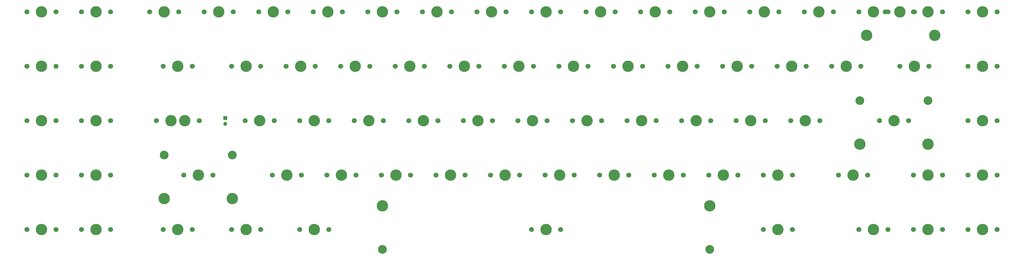
<source format=gbr>
%TF.GenerationSoftware,KiCad,Pcbnew,(7.99.0-267-g8440d7258b)*%
%TF.CreationDate,2024-01-28T22:05:12-08:00*%
%TF.ProjectId,379,3337392e-6b69-4636-9164-5f7063625858,rev?*%
%TF.SameCoordinates,Original*%
%TF.FileFunction,Soldermask,Top*%
%TF.FilePolarity,Negative*%
%FSLAX46Y46*%
G04 Gerber Fmt 4.6, Leading zero omitted, Abs format (unit mm)*
G04 Created by KiCad (PCBNEW (7.99.0-267-g8440d7258b)) date 2024-01-28 22:05:12*
%MOMM*%
%LPD*%
G01*
G04 APERTURE LIST*
%ADD10C,1.750000*%
%ADD11C,3.987800*%
%ADD12C,3.048000*%
%ADD13R,1.350000X1.350000*%
%ADD14O,1.350000X1.350000*%
G04 APERTURE END LIST*
D10*
%TO.C,SW36*%
X177696000Y-67950000D03*
D11*
X182776000Y-67950000D03*
D10*
X187856000Y-67950000D03*
%TD*%
%TO.C,SW33*%
X168171000Y-87000000D03*
D11*
X173251000Y-87000000D03*
D10*
X178331000Y-87000000D03*
%TD*%
%TO.C,SW10*%
X44346000Y-106050000D03*
D11*
X49426000Y-106050000D03*
D10*
X54506000Y-106050000D03*
%TD*%
%TO.C,SW14*%
X80064750Y-87000000D03*
D11*
X85144750Y-87000000D03*
D10*
X90224750Y-87000000D03*
%TD*%
%TO.C,SW70*%
X315808500Y-29850000D03*
D11*
X320888500Y-29850000D03*
D10*
X325968500Y-29850000D03*
%TD*%
%TO.C,SW51*%
X239608500Y-29850000D03*
D11*
X244688500Y-29850000D03*
D10*
X249768500Y-29850000D03*
%TD*%
%TO.C,SW4*%
X25296000Y-87000000D03*
D11*
X30376000Y-87000000D03*
D10*
X35456000Y-87000000D03*
%TD*%
D12*
%TO.C,S3*%
X73238500Y-80015000D03*
D11*
X73238500Y-95255000D03*
D12*
X97051000Y-80015000D03*
D11*
X97051000Y-95255000D03*
%TD*%
D10*
%TO.C,SW76*%
X353908500Y-67950000D03*
D11*
X358988500Y-67950000D03*
D10*
X364068500Y-67950000D03*
%TD*%
%TO.C,SW29*%
X149121000Y-87000000D03*
D11*
X154201000Y-87000000D03*
D10*
X159281000Y-87000000D03*
%TD*%
%TO.C,SW2*%
X25296000Y-48900000D03*
D11*
X30376000Y-48900000D03*
D10*
X35456000Y-48900000D03*
%TD*%
%TO.C,SW78*%
X353908500Y-106050000D03*
D11*
X358988500Y-106050000D03*
D10*
X364068500Y-106050000D03*
%TD*%
D12*
%TO.C,S4*%
X263738500Y-113035000D03*
D11*
X263738500Y-97795000D03*
D12*
X149438500Y-113035000D03*
D11*
X149438500Y-97795000D03*
%TD*%
D10*
%TO.C,SW7*%
X44346000Y-48900000D03*
D11*
X49426000Y-48900000D03*
D10*
X54506000Y-48900000D03*
%TD*%
%TO.C,SW1*%
X25296000Y-29850000D03*
D11*
X30376000Y-29850000D03*
D10*
X35456000Y-29850000D03*
%TD*%
%TO.C,SW53*%
X253896000Y-67950000D03*
D11*
X258976000Y-67950000D03*
D10*
X264056000Y-67950000D03*
%TD*%
%TO.C,SW61*%
X277708500Y-29850000D03*
D11*
X282788500Y-29850000D03*
D10*
X287868500Y-29850000D03*
%TD*%
%TO.C,SW44*%
X211033500Y-48900000D03*
D11*
X216113500Y-48900000D03*
D10*
X221193500Y-48900000D03*
%TD*%
%TO.C,SW23*%
X120546000Y-67950000D03*
D11*
X125626000Y-67950000D03*
D10*
X130706000Y-67950000D03*
%TD*%
%TO.C,SW71*%
X330096000Y-48900000D03*
D11*
X335176000Y-48900000D03*
D10*
X340256000Y-48900000D03*
%TD*%
%TO.C,SW9*%
X44346000Y-87000000D03*
D11*
X49426000Y-87000000D03*
D10*
X54506000Y-87000000D03*
%TD*%
%TO.C,SW15*%
X72921000Y-106050000D03*
D11*
X78001000Y-106050000D03*
D10*
X83081000Y-106050000D03*
%TD*%
D11*
%TO.C,S1*%
X318507250Y-38105000D03*
X342319750Y-38105000D03*
%TD*%
D10*
%TO.C,SW25*%
X120546000Y-106050000D03*
D11*
X125626000Y-106050000D03*
D10*
X130706000Y-106050000D03*
%TD*%
%TO.C,SW30*%
X144358500Y-29850000D03*
D11*
X149438500Y-29850000D03*
D10*
X154518500Y-29850000D03*
%TD*%
%TO.C,SW34*%
X163408500Y-29850000D03*
D11*
X168488500Y-29850000D03*
D10*
X173568500Y-29850000D03*
%TD*%
%TO.C,SW24*%
X130071000Y-87000000D03*
D11*
X135151000Y-87000000D03*
D10*
X140231000Y-87000000D03*
%TD*%
%TO.C,SW13*%
X75302250Y-67950000D03*
D11*
X80382250Y-67950000D03*
D10*
X85462250Y-67950000D03*
%TD*%
%TO.C,SW41*%
X206271000Y-87000000D03*
D11*
X211351000Y-87000000D03*
D10*
X216431000Y-87000000D03*
%TD*%
%TO.C,SW5*%
X25296000Y-106050000D03*
D11*
X30376000Y-106050000D03*
D10*
X35456000Y-106050000D03*
%TD*%
%TO.C,SW18*%
X101496000Y-67950000D03*
D11*
X106576000Y-67950000D03*
D10*
X111656000Y-67950000D03*
%TD*%
%TO.C,SW19*%
X111021000Y-87000000D03*
D11*
X116101000Y-87000000D03*
D10*
X121181000Y-87000000D03*
%TD*%
%TO.C,SW75*%
X353908500Y-29850000D03*
D11*
X358988500Y-29850000D03*
D10*
X364068500Y-29850000D03*
%TD*%
%TO.C,SW72*%
X353908500Y-48900000D03*
D11*
X358988500Y-48900000D03*
D10*
X364068500Y-48900000D03*
%TD*%
%TO.C,SW12*%
X72921000Y-48900000D03*
D11*
X78001000Y-48900000D03*
D10*
X83081000Y-48900000D03*
%TD*%
%TO.C,SW3*%
X25296000Y-67950000D03*
D11*
X30376000Y-67950000D03*
D10*
X35456000Y-67950000D03*
%TD*%
%TO.C,SW68*%
X334858500Y-87000000D03*
D11*
X339938500Y-87000000D03*
D10*
X345018500Y-87000000D03*
%TD*%
%TO.C,SW83*%
X325016000Y-29850000D03*
D11*
X330096000Y-29850000D03*
D10*
X335176000Y-29850000D03*
%TD*%
%TO.C,SW50*%
X244371000Y-87000000D03*
D11*
X249451000Y-87000000D03*
D10*
X254531000Y-87000000D03*
%TD*%
%TO.C,SW42*%
X201508500Y-106050000D03*
D11*
X206588500Y-106050000D03*
D10*
X211668500Y-106050000D03*
%TD*%
%TO.C,SW52*%
X249133500Y-48900000D03*
D11*
X254213500Y-48900000D03*
D10*
X259293500Y-48900000D03*
%TD*%
%TO.C,SW77*%
X353908500Y-87000000D03*
D11*
X358988500Y-87000000D03*
D10*
X364068500Y-87000000D03*
%TD*%
%TO.C,SW28*%
X139596000Y-67950000D03*
D11*
X144676000Y-67950000D03*
D10*
X149756000Y-67950000D03*
%TD*%
%TO.C,SW65*%
X296758500Y-29850000D03*
D11*
X301838500Y-29850000D03*
D10*
X306918500Y-29850000D03*
%TD*%
%TO.C,SW54*%
X263421000Y-87000000D03*
D11*
X268501000Y-87000000D03*
D10*
X273581000Y-87000000D03*
%TD*%
%TO.C,SW67*%
X322952250Y-67950000D03*
D11*
X328032250Y-67950000D03*
D10*
X333112250Y-67950000D03*
%TD*%
%TO.C,SW8*%
X44346000Y-67950000D03*
D11*
X49426000Y-67950000D03*
D10*
X54506000Y-67950000D03*
%TD*%
%TO.C,SW48*%
X230083500Y-48900000D03*
D11*
X235163500Y-48900000D03*
D10*
X240243500Y-48900000D03*
%TD*%
%TO.C,SW20*%
X96733500Y-106050000D03*
D11*
X101813500Y-106050000D03*
D10*
X106893500Y-106050000D03*
%TD*%
%TO.C,SW69*%
X315808500Y-106050000D03*
D11*
X320888500Y-106050000D03*
D10*
X325968500Y-106050000D03*
%TD*%
%TO.C,SW66*%
X306283500Y-48900000D03*
D11*
X311363500Y-48900000D03*
D10*
X316443500Y-48900000D03*
%TD*%
%TO.C,SW56*%
X258658500Y-29850000D03*
D11*
X263738500Y-29850000D03*
D10*
X268818500Y-29850000D03*
%TD*%
%TO.C,SW40*%
X196746000Y-67950000D03*
D11*
X201826000Y-67950000D03*
D10*
X206906000Y-67950000D03*
%TD*%
%TO.C,SW22*%
X115783500Y-48900000D03*
D11*
X120863500Y-48900000D03*
D10*
X125943500Y-48900000D03*
%TD*%
%TO.C,SW60*%
X282471000Y-106050000D03*
D11*
X287551000Y-106050000D03*
D10*
X292631000Y-106050000D03*
%TD*%
%TO.C,SW46*%
X225321000Y-87000000D03*
D11*
X230401000Y-87000000D03*
D10*
X235481000Y-87000000D03*
%TD*%
%TO.C,SW37*%
X187221000Y-87000000D03*
D11*
X192301000Y-87000000D03*
D10*
X197381000Y-87000000D03*
%TD*%
%TO.C,SW31*%
X153883500Y-48900000D03*
D11*
X158963500Y-48900000D03*
D10*
X164043500Y-48900000D03*
%TD*%
%TO.C,SW43*%
X201508500Y-29850000D03*
D11*
X206588500Y-29850000D03*
D10*
X211668500Y-29850000D03*
%TD*%
%TO.C,SW11*%
X68158500Y-29850000D03*
D11*
X73238500Y-29850000D03*
D10*
X78318500Y-29850000D03*
%TD*%
%TO.C,SW47*%
X220558500Y-29850000D03*
D11*
X225638500Y-29850000D03*
D10*
X230718500Y-29850000D03*
%TD*%
%TO.C,SW27*%
X134833500Y-48900000D03*
D11*
X139913500Y-48900000D03*
D10*
X144993500Y-48900000D03*
%TD*%
%TO.C,SW35*%
X172933500Y-48900000D03*
D11*
X178013500Y-48900000D03*
D10*
X183093500Y-48900000D03*
%TD*%
%TO.C,SW6*%
X44346000Y-29850000D03*
D11*
X49426000Y-29850000D03*
D10*
X54506000Y-29850000D03*
%TD*%
%TO.C,SW45*%
X215796000Y-67950000D03*
D11*
X220876000Y-67950000D03*
D10*
X225956000Y-67950000D03*
%TD*%
%TO.C,SW59*%
X282471000Y-87000000D03*
D11*
X287551000Y-87000000D03*
D10*
X292631000Y-87000000D03*
%TD*%
%TO.C,SW58*%
X272946000Y-67950000D03*
D11*
X278026000Y-67950000D03*
D10*
X283106000Y-67950000D03*
%TD*%
%TO.C,SW49*%
X234846000Y-67950000D03*
D11*
X239926000Y-67950000D03*
D10*
X245006000Y-67950000D03*
%TD*%
%TO.C,SW57*%
X268183500Y-48900000D03*
D11*
X273263500Y-48900000D03*
D10*
X278343500Y-48900000D03*
%TD*%
%TO.C,SW17*%
X96733500Y-48900000D03*
D11*
X101813500Y-48900000D03*
D10*
X106893500Y-48900000D03*
%TD*%
%TO.C,SW16*%
X87208500Y-29850000D03*
D11*
X92288500Y-29850000D03*
D10*
X97368500Y-29850000D03*
%TD*%
D12*
%TO.C,S2*%
X316126000Y-60965000D03*
D11*
X316126000Y-76205000D03*
D12*
X339938500Y-60965000D03*
D11*
X339938500Y-76205000D03*
%TD*%
D10*
%TO.C,SW73*%
X334858500Y-106050000D03*
D11*
X339938500Y-106050000D03*
D10*
X345018500Y-106050000D03*
%TD*%
%TO.C,SW84*%
X70539750Y-67950000D03*
D11*
X75619750Y-67950000D03*
D10*
X80699750Y-67950000D03*
%TD*%
%TO.C,SW64*%
X308664750Y-87000000D03*
D11*
X313744750Y-87000000D03*
D10*
X318824750Y-87000000D03*
%TD*%
%TO.C,SW62*%
X287233500Y-48900000D03*
D11*
X292313500Y-48900000D03*
D10*
X297393500Y-48900000D03*
%TD*%
%TO.C,SW63*%
X291996000Y-67950000D03*
D11*
X297076000Y-67950000D03*
D10*
X302156000Y-67950000D03*
%TD*%
%TO.C,SW32*%
X158646000Y-67950000D03*
D11*
X163726000Y-67950000D03*
D10*
X168806000Y-67950000D03*
%TD*%
%TO.C,SW38*%
X182458500Y-29850000D03*
D11*
X187538500Y-29850000D03*
D10*
X192618500Y-29850000D03*
%TD*%
%TO.C,SW39*%
X191983500Y-48900000D03*
D11*
X197063500Y-48900000D03*
D10*
X202143500Y-48900000D03*
%TD*%
%TO.C,SW21*%
X106258500Y-29850000D03*
D11*
X111338500Y-29850000D03*
D10*
X116418500Y-29850000D03*
%TD*%
%TO.C,SW74*%
X334858500Y-29850000D03*
D11*
X339938500Y-29850000D03*
D10*
X345018500Y-29850000D03*
%TD*%
%TO.C,SW26*%
X125308500Y-29850000D03*
D11*
X130388500Y-29850000D03*
D10*
X135468500Y-29850000D03*
%TD*%
D13*
%TO.C,SW100*%
X94575999Y-67049999D03*
D14*
X94575999Y-69049999D03*
%TD*%
M02*

</source>
